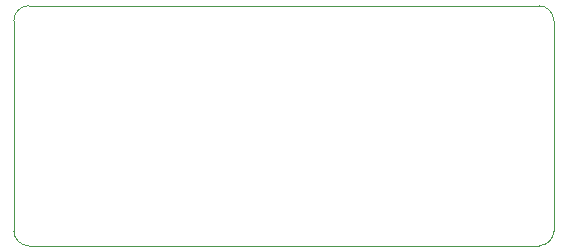
<source format=gm1>
G04 #@! TF.GenerationSoftware,KiCad,Pcbnew,(5.99.0-8084-g866e5df16a)*
G04 #@! TF.CreationDate,2021-01-03T17:36:52+01:00*
G04 #@! TF.ProjectId,e-ink_pmod,652d696e-6b5f-4706-9d6f-642e6b696361,1.1*
G04 #@! TF.SameCoordinates,PX525bfc0PY429d390*
G04 #@! TF.FileFunction,Profile,NP*
%FSLAX46Y46*%
G04 Gerber Fmt 4.6, Leading zero omitted, Abs format (unit mm)*
G04 Created by KiCad (PCBNEW (5.99.0-8084-g866e5df16a)) date 2021-01-03 17:36:52*
%MOMM*%
%LPD*%
G01*
G04 APERTURE LIST*
G04 #@! TA.AperFunction,Profile*
%ADD10C,0.050000*%
G04 #@! TD*
G04 APERTURE END LIST*
D10*
X0Y-19050000D02*
X0Y-1270000D01*
X0Y-1270000D02*
G75*
G02*
X1270000Y0I1270000J0D01*
G01*
X1270000Y0D02*
X44450000Y0D01*
X45720000Y-19050000D02*
G75*
G02*
X44450000Y-20320000I-1270000J0D01*
G01*
X44450000Y0D02*
G75*
G02*
X45720000Y-1270000I0J-1270000D01*
G01*
X1270000Y-20320000D02*
G75*
G02*
X0Y-19050000I0J1270000D01*
G01*
X45720000Y-1270000D02*
X45720000Y-19050000D01*
X44450000Y-20320000D02*
X1270000Y-20320000D01*
M02*

</source>
